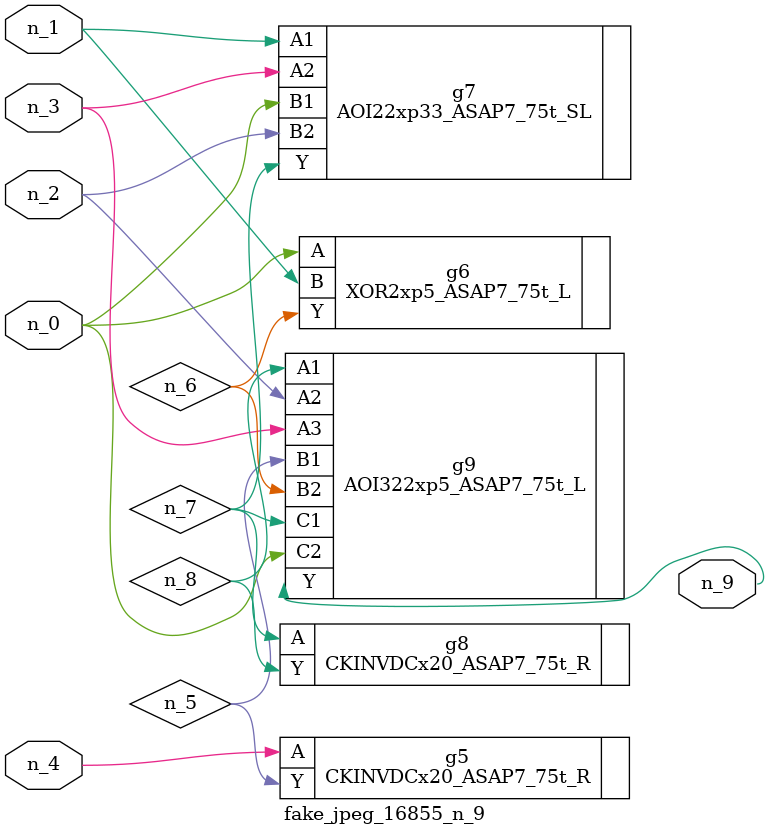
<source format=v>
module fake_jpeg_16855_n_9 (n_3, n_2, n_1, n_0, n_4, n_9);

input n_3;
input n_2;
input n_1;
input n_0;
input n_4;

output n_9;

wire n_8;
wire n_6;
wire n_5;
wire n_7;

CKINVDCx20_ASAP7_75t_R g5 ( 
.A(n_4),
.Y(n_5)
);

XOR2xp5_ASAP7_75t_L g6 ( 
.A(n_0),
.B(n_1),
.Y(n_6)
);

AOI22xp33_ASAP7_75t_SL g7 ( 
.A1(n_1),
.A2(n_3),
.B1(n_0),
.B2(n_2),
.Y(n_7)
);

CKINVDCx20_ASAP7_75t_R g8 ( 
.A(n_7),
.Y(n_8)
);

AOI322xp5_ASAP7_75t_L g9 ( 
.A1(n_8),
.A2(n_2),
.A3(n_3),
.B1(n_5),
.B2(n_6),
.C1(n_7),
.C2(n_0),
.Y(n_9)
);


endmodule
</source>
